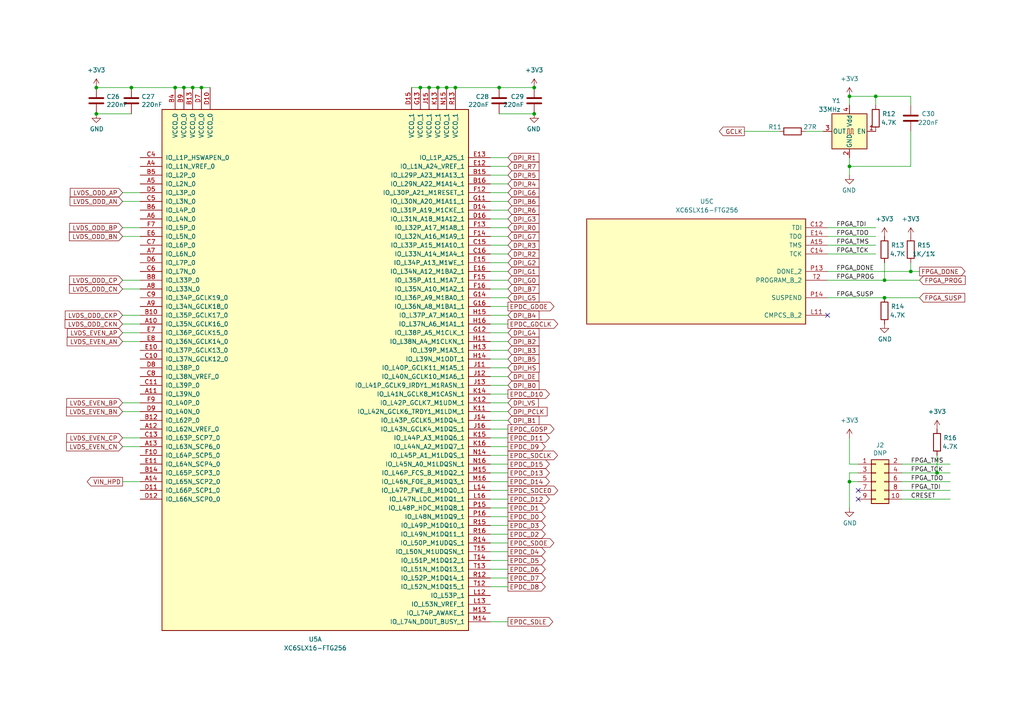
<source format=kicad_sch>
(kicad_sch (version 20231120) (generator "eeschema") (generator_version "8.0")
  (paper "A4")
  (title_block (title "Caster EPDC") (date "2022-07-03") (rev "R0.4") (company "Copyright 2022 Modos / Engineer: Wenting Zhang"))
  (lib_symbols
    (symbol "Connector_Generic:Conn_02x05_Odd_Even" (pin_names (offset 1.016) hide)
      (property "Reference" "J" (at 1.27 7.62 0))
      (property "Value" "Conn_02x05_Odd_Even" (at 1.27 -7.62 0))
      (symbol "Conn_02x05_Odd_Even_1_1"
        (rectangle (start -1.27 -4.953) (end 0 -5.207) (stroke (width 0.1524)))
        (rectangle (start -1.27 -2.413) (end 0 -2.667) (stroke (width 0.1524)))
        (rectangle (start -1.27 0.127) (end 0 -0.127) (stroke (width 0.1524)))
        (rectangle (start -1.27 2.667) (end 0 2.413) (stroke (width 0.1524)))
        (rectangle (start -1.27 5.207) (end 0 4.953) (stroke (width 0.1524)))
        (rectangle (start -1.27 6.35) (end 3.81 -6.35) (stroke (width 0.254)) (fill (type background)))
        (rectangle (start 3.81 -4.953) (end 2.54 -5.207) (stroke (width 0.1524)))
        (rectangle (start 3.81 -2.413) (end 2.54 -2.667) (stroke (width 0.1524)))
        (rectangle (start 3.81 0.127) (end 2.54 -0.127) (stroke (width 0.1524)))
        (rectangle (start 3.81 2.667) (end 2.54 2.413) (stroke (width 0.1524)))
        (rectangle (start 3.81 5.207) (end 2.54 4.953) (stroke (width 0.1524)))
        (pin passive line (at -5.08 5.08 0) (length 3.81) (name "Pin_1") (number "1"))
        (pin passive line (at 7.62 -5.08 180) (length 3.81) (name "Pin_10") (number "10"))
        (pin passive line (at 7.62 5.08 180) (length 3.81) (name "Pin_2") (number "2"))
        (pin passive line (at -5.08 2.54 0) (length 3.81) (name "Pin_3") (number "3"))
        (pin passive line (at 7.62 2.54 180) (length 3.81) (name "Pin_4") (number "4"))
        (pin passive line (at -5.08 0 0) (length 3.81) (name "Pin_5") (number "5"))
        (pin passive line (at 7.62 0 180) (length 3.81) (name "Pin_6") (number "6"))
        (pin passive line (at -5.08 -2.54 0) (length 3.81) (name "Pin_7") (number "7"))
        (pin passive line (at 7.62 -2.54 180) (length 3.81) (name "Pin_8") (number "8"))
        (pin passive line (at -5.08 -5.08 0) (length 3.81) (name "Pin_9") (number "9"))
      )
    )
    (symbol "Device:C" (pin_numbers hide) (pin_names (offset 0.254))
      (property "Reference" "C" (at 0.635 2.54 0))
      (property "Value" "C" (at 0.635 -2.54 0))
      (symbol "C_0_1"
        (polyline (pts (xy -2.032 -0.762) (xy 2.032 -0.762)) (stroke (width 0.508)))
        (polyline (pts (xy -2.032 0.762) (xy 2.032 0.762)) (stroke (width 0.508)))
      )
      (symbol "C_1_1"
        (pin passive line (at 0 3.81 270) (length 2.794) (name "~") (number "1"))
        (pin passive line (at 0 -3.81 90) (length 2.794) (name "~") (number "2"))
      )
    )
    (symbol "Device:R" (pin_numbers hide) (pin_names (offset 0))
      (property "Reference" "R" (at 2.032 0 90))
      (property "Value" "R" (at 0 0 90))
      (symbol "R_0_1"
        (rectangle (start -1.016 -2.54) (end 1.016 2.54) (stroke (width 0.254)))
      )
      (symbol "R_1_1"
        (pin passive line (at 0 3.81 270) (length 1.27) (name "~") (number "1"))
        (pin passive line (at 0 -3.81 90) (length 1.27) (name "~") (number "2"))
      )
    )
    (symbol "FPGA_Xilinx_Spartan6:XC6SLX16-FTG256" (pin_names (offset 1.016))
      (property "Reference" "U" (at 0 1.27 0))
      (property "Value" "XC6SLX16-FTG256" (at 0 -1.27 0))
      (symbol "XC6SLX16-FTG256_1_1"
        (rectangle (start -44.45 72.39) (end 44.45 -78.74) (stroke (width 0.254)) (fill (type background)))
        (pin bidirectional line (at -50.8 10.16 0) (length 6.35) (name "IO_L35N_GCLK16_0") (number "A10"))
        (pin bidirectional line (at -50.8 -10.16 0) (length 6.35) (name "IO_L39N_0") (number "A11"))
        (pin bidirectional line (at -50.8 -20.32 0) (length 6.35) (name "IO_L62N_VREF_0") (number "A12"))
        (pin bidirectional line (at -50.8 -25.4 0) (length 6.35) (name "IO_L63N_SCP6_0") (number "A13"))
        (pin bidirectional line (at -50.8 -35.56 0) (length 6.35) (name "IO_L65N_SCP2_0") (number "A14"))
        (pin bidirectional line (at -50.8 55.88 0) (length 6.35) (name "IO_L1N_VREF_0") (number "A4"))
        (pin bidirectional line (at -50.8 50.8 0) (length 6.35) (name "IO_L2N_0") (number "A5"))
        (pin bidirectional line (at -50.8 40.64 0) (length 6.35) (name "IO_L4N_0") (number "A6"))
        (pin bidirectional line (at -50.8 30.48 0) (length 6.35) (name "IO_L6N_0") (number "A7"))
        (pin bidirectional line (at -50.8 20.32 0) (length 6.35) (name "IO_L33N_0") (number "A8"))
        (pin bidirectional line (at -50.8 15.24 0) (length 6.35) (name "IO_L34N_GCLK18_0") (number "A9"))
        (pin bidirectional line (at -50.8 12.7 0) (length 6.35) (name "IO_L35P_GCLK17_0") (number "B10"))
        (pin bidirectional line (at -50.8 -17.78 0) (length 6.35) (name "IO_L62P_0") (number "B12"))
        (pin power_in line (at -35.56 78.74 270) (length 6.35) (name "VCCO_0") (number "B13"))
        (pin bidirectional line (at -50.8 -33.02 0) (length 6.35) (name "IO_L65P_SCP3_0") (number "B14"))
        (pin bidirectional line (at 50.8 53.34 180) (length 6.35) (name "IO_L29P_A23_M1A13_1") (number "B15"))
        (pin bidirectional line (at 50.8 50.8 180) (length 6.35) (name "IO_L29N_A22_M1A14_1") (number "B16"))
        (pin power_in line (at -40.64 78.74 270) (length 6.35) (name "VCCO_0") (number "B4"))
        (pin bidirectional line (at -50.8 53.34 0) (length 6.35) (name "IO_L2P_0") (number "B5"))
        (pin bidirectional line (at -50.8 43.18 0) (length 6.35) (name "IO_L4P_0") (number "B6"))
        (pin bidirectional line (at -50.8 22.86 0) (length 6.35) (name "IO_L33P_0") (number "B8"))
        (pin power_in line (at -38.1 78.74 270) (length 6.35) (name "VCCO_0") (number "B9"))
        (pin bidirectional line (at -50.8 0 0) (length 6.35) (name "IO_L37N_GCLK12_0") (number "C10"))
        (pin bidirectional line (at -50.8 -7.62 0) (length 6.35) (name "IO_L39P_0") (number "C11"))
        (pin bidirectional line (at -50.8 -22.86 0) (length 6.35) (name "IO_L63P_SCP7_0") (number "C13"))
        (pin bidirectional line (at 50.8 33.02 180) (length 6.35) (name "IO_L33P_A15_M1A10_1") (number "C15"))
        (pin bidirectional line (at 50.8 30.48 180) (length 6.35) (name "IO_L33N_A14_M1A4_1") (number "C16"))
        (pin bidirectional line (at -50.8 58.42 0) (length 6.35) (name "IO_L1P_HSWAPEN_0") (number "C4"))
        (pin bidirectional line (at -50.8 45.72 0) (length 6.35) (name "IO_L3N_0") (number "C5"))
        (pin bidirectional line (at -50.8 25.4 0) (length 6.35) (name "IO_L7N_0") (number "C6"))
        (pin bidirectional line (at -50.8 33.02 0) (length 6.35) (name "IO_L6P_0") (number "C7"))
        (pin bidirectional line (at -50.8 -5.08 0) (length 6.35) (name "IO_L38N_VREF_0") (number "C8"))
        (pin bidirectional line (at -50.8 17.78 0) (length 6.35) (name "IO_L34P_GCLK19_0") (number "C9"))
        (pin power_in line (at -30.48 78.74 270) (length 6.35) (name "VCCO_0") (number "D10"))
        (pin bidirectional line (at -50.8 -38.1 0) (length 6.35) (name "IO_L66P_SCP1_0") (number "D11"))
        (pin bidirectional line (at -50.8 -40.64 0) (length 6.35) (name "IO_L66N_SCP0_0") (number "D12"))
        (pin bidirectional line (at 50.8 43.18 180) (length 6.35) (name "IO_L31P_A19_M1CKE_1") (number "D14"))
        (pin power_in line (at 27.94 78.74 270) (length 6.35) (name "VCCO_1") (number "D15"))
        (pin bidirectional line (at 50.8 40.64 180) (length 6.35) (name "IO_L31N_A18_M1A12_1") (number "D16"))
        (pin bidirectional line (at -50.8 48.26 0) (length 6.35) (name "IO_L3P_0") (number "D5"))
        (pin bidirectional line (at -50.8 27.94 0) (length 6.35) (name "IO_L7P_0") (number "D6"))
        (pin power_in line (at -33.02 78.74 270) (length 6.35) (name "VCCO_0") (number "D7"))
        (pin bidirectional line (at -50.8 -2.54 0) (length 6.35) (name "IO_L38P_0") (number "D8"))
        (pin bidirectional line (at -50.8 -15.24 0) (length 6.35) (name "IO_L40N_0") (number "D9"))
        (pin bidirectional line (at -50.8 2.54 0) (length 6.35) (name "IO_L37P_GCLK13_0") (number "E10"))
        (pin bidirectional line (at -50.8 -30.48 0) (length 6.35) (name "IO_L64N_SCP4_0") (number "E11"))
        (pin bidirectional line (at 50.8 55.88 180) (length 6.35) (name "IO_L1N_A24_VREF_1") (number "E12"))
        (pin bidirectional line (at 50.8 58.42 180) (length 6.35) (name "IO_L1P_A25_1") (number "E13"))
        (pin bidirectional line (at 50.8 27.94 180) (length 6.35) (name "IO_L34P_A13_M1WE_1") (number "E15"))
        (pin bidirectional line (at 50.8 25.4 180) (length 6.35) (name "IO_L34N_A12_M1BA2_1") (number "E16"))
        (pin bidirectional line (at -50.8 35.56 0) (length 6.35) (name "IO_L5N_0") (number "E6"))
        (pin bidirectional line (at -50.8 7.62 0) (length 6.35) (name "IO_L36P_GCLK15_0") (number "E7"))
        (pin bidirectional line (at -50.8 5.08 0) (length 6.35) (name "IO_L36N_GCLK14_0") (number "E8"))
        (pin bidirectional line (at -50.8 -27.94 0) (length 6.35) (name "IO_L64P_SCP5_0") (number "F10"))
        (pin bidirectional line (at 50.8 48.26 180) (length 6.35) (name "IO_L30P_A21_M1RESET_1") (number "F12"))
        (pin bidirectional line (at 50.8 38.1 180) (length 6.35) (name "IO_L32P_A17_M1A8_1") (number "F13"))
        (pin bidirectional line (at 50.8 35.56 180) (length 6.35) (name "IO_L32N_A16_M1A9_1") (number "F14"))
        (pin bidirectional line (at 50.8 22.86 180) (length 6.35) (name "IO_L35P_A11_M1A7_1") (number "F15"))
        (pin bidirectional line (at 50.8 20.32 180) (length 6.35) (name "IO_L35N_A10_M1A2_1") (number "F16"))
        (pin bidirectional line (at -50.8 38.1 0) (length 6.35) (name "IO_L5P_0") (number "F7"))
        (pin bidirectional line (at -50.8 -12.7 0) (length 6.35) (name "IO_L40P_0") (number "F9"))
        (pin bidirectional line (at 50.8 45.72 180) (length 6.35) (name "IO_L30N_A20_M1A11_1") (number "G11"))
        (pin bidirectional line (at 50.8 7.62 180) (length 6.35) (name "IO_L38P_A5_M1CLK_1") (number "G12"))
        (pin power_in line (at 30.48 78.74 270) (length 6.35) (name "VCCO_1") (number "G13"))
        (pin bidirectional line (at 50.8 17.78 180) (length 6.35) (name "IO_L36P_A9_M1BA0_1") (number "G14"))
        (pin bidirectional line (at 50.8 15.24 180) (length 6.35) (name "IO_L36N_A8_M1BA1_1") (number "G16"))
        (pin bidirectional line (at 50.8 5.08 180) (length 6.35) (name "IO_L38N_A4_M1CLKN_1") (number "H11"))
        (pin bidirectional line (at 50.8 2.54 180) (length 6.35) (name "IO_L39P_M1A3_1") (number "H13"))
        (pin bidirectional line (at 50.8 0 180) (length 6.35) (name "IO_L39N_M1ODT_1") (number "H14"))
        (pin bidirectional line (at 50.8 12.7 180) (length 6.35) (name "IO_L37P_A7_M1A0_1") (number "H15"))
        (pin bidirectional line (at 50.8 10.16 180) (length 6.35) (name "IO_L37N_A6_M1A1_1") (number "H16"))
        (pin bidirectional line (at 50.8 -2.54 180) (length 6.35) (name "IO_L40P_GCLK11_M1A5_1") (number "J11"))
        (pin bidirectional line (at 50.8 -5.08 180) (length 6.35) (name "IO_L40N_GCLK10_M1A6_1") (number "J12"))
        (pin bidirectional line (at 50.8 -7.62 180) (length 6.35) (name "IO_L41P_GCLK9_IRDY1_M1RASN_1") (number "J13"))
        (pin bidirectional line (at 50.8 -17.78 180) (length 6.35) (name "IO_L43P_GCLK5_M1DQ4_1") (number "J14"))
        (pin power_in line (at 33.02 78.74 270) (length 6.35) (name "VCCO_1") (number "J15"))
        (pin bidirectional line (at 50.8 -20.32 180) (length 6.35) (name "IO_L43N_GCLK4_M1DQ5_1") (number "J16"))
        (pin bidirectional line (at 50.8 -15.24 180) (length 6.35) (name "IO_L42N_GCLK6_TRDY1_M1LDM_1") (number "K11"))
        (pin bidirectional line (at 50.8 -12.7 180) (length 6.35) (name "IO_L42P_GCLK7_M1UDM_1") (number "K12"))
        (pin power_in line (at 35.56 78.74 270) (length 6.35) (name "VCCO_1") (number "K13"))
        (pin bidirectional line (at 50.8 -10.16 180) (length 6.35) (name "IO_L41N_GCLK8_M1CASN_1") (number "K14"))
        (pin bidirectional line (at 50.8 -22.86 180) (length 6.35) (name "IO_L44P_A3_M1DQ6_1") (number "K15"))
        (pin bidirectional line (at 50.8 -25.4 180) (length 6.35) (name "IO_L44N_A2_M1DQ7_1") (number "K16"))
        (pin bidirectional line (at 50.8 -68.58 180) (length 6.35) (name "IO_L53P_1") (number "L12"))
        (pin bidirectional line (at 50.8 -71.12 180) (length 6.35) (name "IO_L53N_VREF_1") (number "L13"))
        (pin bidirectional line (at 50.8 -38.1 180) (length 6.35) (name "IO_L47P_FWE_B_M1DQ0_1") (number "L14"))
        (pin bidirectional line (at 50.8 -40.64 180) (length 6.35) (name "IO_L47N_LDC_M1DQ1_1") (number "L16"))
        (pin bidirectional line (at 50.8 -73.66 180) (length 6.35) (name "IO_L74P_AWAKE_1") (number "M13"))
        (pin bidirectional line (at 50.8 -76.2 180) (length 6.35) (name "IO_L74N_DOUT_BUSY_1") (number "M14"))
        (pin bidirectional line (at 50.8 -33.02 180) (length 6.35) (name "IO_L46P_FCS_B_M1DQ2_1") (number "M15"))
        (pin bidirectional line (at 50.8 -35.56 180) (length 6.35) (name "IO_L46N_FOE_B_M1DQ3_1") (number "M16"))
        (pin bidirectional line (at 50.8 -27.94 180) (length 6.35) (name "IO_L45P_A1_M1LDQS_1") (number "N14"))
        (pin power_in line (at 38.1 78.74 270) (length 6.35) (name "VCCO_1") (number "N15"))
        (pin bidirectional line (at 50.8 -30.48 180) (length 6.35) (name "IO_L45N_A0_M1LDQSN_1") (number "N16"))
        (pin bidirectional line (at 50.8 -43.18 180) (length 6.35) (name "IO_L48P_HDC_M1DQ8_1") (number "P15"))
        (pin bidirectional line (at 50.8 -45.72 180) (length 6.35) (name "IO_L48N_M1DQ9_1") (number "P16"))
        (pin bidirectional line (at 50.8 -63.5 180) (length 6.35) (name "IO_L52P_M1DQ14_1") (number "R12"))
        (pin power_in line (at 40.64 78.74 270) (length 6.35) (name "VCCO_1") (number "R13"))
        (pin bidirectional line (at 50.8 -53.34 180) (length 6.35) (name "IO_L50P_M1UDQS_1") (number "R14"))
        (pin bidirectional line (at 50.8 -48.26 180) (length 6.35) (name "IO_L49P_M1DQ10_1") (number "R15"))
        (pin bidirectional line (at 50.8 -50.8 180) (length 6.35) (name "IO_L49N_M1DQ11_1") (number "R16"))
        (pin bidirectional line (at 50.8 -66.04 180) (length 6.35) (name "IO_L52N_M1DQ15_1") (number "T12"))
        (pin bidirectional line (at 50.8 -60.96 180) (length 6.35) (name "IO_L51N_M1DQ13_1") (number "T13"))
        (pin bidirectional line (at 50.8 -58.42 180) (length 6.35) (name "IO_L51P_M1DQ12_1") (number "T14"))
        (pin bidirectional line (at 50.8 -55.88 180) (length 6.35) (name "IO_L50N_M1UDQSN_1") (number "T15"))
      )
      (symbol "XC6SLX16-FTG256_2_1"
        (rectangle (start -44.45 72.39) (end 44.45 -78.74) (stroke (width 0.254)) (fill (type background)))
        (pin bidirectional line (at 50.8 -55.88 180) (length 6.35) (name "IO_L52N_M3A9_3") (number "A2"))
        (pin bidirectional line (at 50.8 -76.2 180) (length 6.35) (name "IO_L83N_VREF_3") (number "A3"))
        (pin bidirectional line (at 50.8 -45.72 180) (length 6.35) (name "IO_L50N_M3BA2_3") (number "B1"))
        (pin bidirectional line (at 50.8 -53.34 180) (length 6.35) (name "IO_L52P_M3A8_3") (number "B2"))
        (pin bidirectional line (at 50.8 -73.66 180) (length 6.35) (name "IO_L83P_3") (number "B3"))
        (pin bidirectional line (at 50.8 -43.18 180) (length 6.35) (name "IO_L50P_M3WE_3") (number "C1"))
        (pin bidirectional line (at 50.8 -35.56 180) (length 6.35) (name "IO_L48N_M3BA1_3") (number "C2"))
        (pin bidirectional line (at 50.8 -33.02 180) (length 6.35) (name "IO_L48P_M3BA0_3") (number "C3"))
        (pin bidirectional line (at 50.8 -40.64 180) (length 6.35) (name "IO_L49N_M3A2_3") (number "D1"))
        (pin power_in line (at 30.48 78.74 270) (length 6.35) (name "VCCO_3") (number "D2"))
        (pin bidirectional line (at 50.8 -38.1 180) (length 6.35) (name "IO_L49P_M3A7_3") (number "D3"))
        (pin bidirectional line (at 50.8 -25.4 180) (length 6.35) (name "IO_L46N_M3CLKN_3") (number "E1"))
        (pin bidirectional line (at 50.8 -22.86 180) (length 6.35) (name "IO_L46P_M3CLK_3") (number "E2"))
        (pin bidirectional line (at 50.8 -66.04 180) (length 6.35) (name "IO_L54N_M3A11_3") (number "E3"))
        (pin bidirectional line (at 50.8 -63.5 180) (length 6.35) (name "IO_L54P_M3RESET_3") (number "E4"))
        (pin bidirectional line (at 50.8 0 180) (length 6.35) (name "IO_L41N_GCLK26_M3DQ5_3") (number "F1"))
        (pin bidirectional line (at 50.8 2.54 180) (length 6.35) (name "IO_L41P_GCLK27_M3DQ4_3") (number "F2"))
        (pin bidirectional line (at 50.8 -60.96 180) (length 6.35) (name "IO_L53N_M3A12_3") (number "F3"))
        (pin bidirectional line (at 50.8 -58.42 180) (length 6.35) (name "IO_L53P_M3CKE_3") (number "F4"))
        (pin bidirectional line (at 50.8 -71.12 180) (length 6.35) (name "IO_L55N_M3A14_3") (number "F5"))
        (pin bidirectional line (at 50.8 -68.58 180) (length 6.35) (name "IO_L55P_M3A13_3") (number "F6"))
        (pin bidirectional line (at 50.8 5.08 180) (length 6.35) (name "IO_L40N_M3DQ7_3") (number "G1"))
        (pin bidirectional line (at 50.8 7.62 180) (length 6.35) (name "IO_L40P_M3DQ6_3") (number "G3"))
        (pin power_in line (at 33.02 78.74 270) (length 6.35) (name "VCCO_3") (number "G4"))
        (pin bidirectional line (at 50.8 -50.8 180) (length 6.35) (name "IO_L51N_M3A4_3") (number "G5"))
        (pin bidirectional line (at 50.8 -48.26 180) (length 6.35) (name "IO_L51P_M3A10_3") (number "G6"))
        (pin bidirectional line (at 50.8 10.16 180) (length 6.35) (name "IO_L39N_M3LDQSN_3") (number "H1"))
        (pin bidirectional line (at 50.8 12.7 180) (length 6.35) (name "IO_L39P_M3LDQS_3") (number "H2"))
        (pin bidirectional line (at 50.8 -15.24 180) (length 6.35) (name "IO_L44N_GCLK20_M3A6_3") (number "H3"))
        (pin bidirectional line (at 50.8 -12.7 180) (length 6.35) (name "IO_L44P_GCLK21_M3A5_3") (number "H4"))
        (pin bidirectional line (at 50.8 -10.16 180) (length 6.35) (name "IO_L43N_GCLK22_IRDY2_M3CASN_3") (number "H5"))
        (pin bidirectional line (at 50.8 15.24 180) (length 6.35) (name "IO_L38N_M3DQ3_3") (number "J1"))
        (pin power_in line (at 35.56 78.74 270) (length 6.35) (name "VCCO_3") (number "J2"))
        (pin bidirectional line (at 50.8 17.78 180) (length 6.35) (name "IO_L38P_M3DQ2_3") (number "J3"))
        (pin bidirectional line (at 50.8 -5.08 180) (length 6.35) (name "IO_L42N_GCLK24_M3LDM_3") (number "J4"))
        (pin bidirectional line (at 50.8 -7.62 180) (length 6.35) (name "IO_L43P_GCLK23_M3RASN_3") (number "J6"))
        (pin bidirectional line (at 50.8 20.32 180) (length 6.35) (name "IO_L37N_M3DQ1_3") (number "K1"))
        (pin bidirectional line (at 50.8 22.86 180) (length 6.35) (name "IO_L37P_M3DQ0_3") (number "K2"))
        (pin bidirectional line (at 50.8 -2.54 180) (length 6.35) (name "IO_L42P_GCLK25_TRDY2_M3UDM_3") (number "K3"))
        (pin power_in line (at 38.1 78.74 270) (length 6.35) (name "VCCO_3") (number "K4"))
        (pin bidirectional line (at 50.8 -27.94 180) (length 6.35) (name "IO_L47P_M3A0_3") (number "K5"))
        (pin bidirectional line (at 50.8 -30.48 180) (length 6.35) (name "IO_L47N_M3A1_3") (number "K6"))
        (pin bidirectional line (at 50.8 25.4 180) (length 6.35) (name "IO_L36N_M3DQ9_3") (number "L1"))
        (pin bidirectional line (at -50.8 27.94 0) (length 6.35) (name "IO_L16P_2") (number "L10"))
        (pin bidirectional line (at 50.8 27.94 180) (length 6.35) (name "IO_L36P_M3DQ8_3") (number "L3"))
        (pin bidirectional line (at 50.8 -17.78 180) (length 6.35) (name "IO_L45P_M3A3_3") (number "L4"))
        (pin bidirectional line (at 50.8 -20.32 180) (length 6.35) (name "IO_L45N_M3ODT_3") (number "L5"))
        (pin bidirectional line (at -50.8 -20.32 0) (length 6.35) (name "IO_L62N_D6_2") (number "L7"))
        (pin bidirectional line (at -50.8 -17.78 0) (length 6.35) (name "IO_L62P_D5_2") (number "L8"))
        (pin bidirectional line (at 50.8 30.48 180) (length 6.35) (name "IO_L35N_M3DQ11_3") (number "M1"))
        (pin bidirectional line (at -50.8 25.4 0) (length 6.35) (name "IO_L16N_VREF_2") (number "M10"))
        (pin bidirectional line (at -50.8 50.8 0) (length 6.35) (name "IO_L2N_CMPMOSI_2") (number "M11"))
        (pin bidirectional line (at -50.8 53.34 0) (length 6.35) (name "IO_L2P_CMPCLK_2") (number "M12"))
        (pin bidirectional line (at 50.8 33.02 180) (length 6.35) (name "IO_L35P_M3DQ10_3") (number "M2"))
        (pin bidirectional line (at 50.8 55.88 180) (length 6.35) (name "IO_L1N_VREF_3") (number "M3"))
        (pin bidirectional line (at 50.8 58.42 180) (length 6.35) (name "IO_L1P_3") (number "M4"))
        (pin bidirectional line (at 50.8 53.34 180) (length 6.35) (name "IO_L2P_3") (number "M5"))
        (pin bidirectional line (at -50.8 -27.94 0) (length 6.35) (name "IO_L64P_D8_2") (number "M6"))
        (pin bidirectional line (at -50.8 5.08 0) (length 6.35) (name "IO_L31N_GCLK30_D15_2") (number "M7"))
        (pin bidirectional line (at -50.8 17.78 0) (length 6.35) (name "IO_L29P_GCLK3_2") (number "M9"))
        (pin bidirectional line (at 50.8 35.56 180) (length 6.35) (name "IO_L34N_M3UDQSN_3") (number "N1"))
        (pin power_in line (at -38.1 78.74 270) (length 6.35) (name "VCCO_2") (number "N10"))
        (pin bidirectional line (at -50.8 38.1 0) (length 6.35) (name "IO_L13P_M1_2") (number "N11"))
        (pin bidirectional line (at -50.8 43.18 0) (length 6.35) (name "IO_L12P_D1_MISO2_2") (number "N12"))
        (pin power_in line (at 40.64 78.74 270) (length 6.35) (name "VCCO_3") (number "N2"))
        (pin bidirectional line (at 50.8 38.1 180) (length 6.35) (name "IO_L34P_M3UDQS_3") (number "N3"))
        (pin bidirectional line (at 50.8 50.8 180) (length 6.35) (name "IO_L2N_3") (number "N4"))
        (pin bidirectional line (at -50.8 -12.7 0) (length 6.35) (name "IO_L49P_D3_2") (number "N5"))
        (pin bidirectional line (at -50.8 -30.48 0) (length 6.35) (name "IO_L64N_D9_2") (number "N6"))
        (pin power_in line (at -40.64 78.74 270) (length 6.35) (name "VCCO_2") (number "N7"))
        (pin bidirectional line (at -50.8 15.24 0) (length 6.35) (name "IO_L29N_GCLK2_2") (number "N8"))
        (pin bidirectional line (at -50.8 33.02 0) (length 6.35) (name "IO_L14P_D11_2") (number "N9"))
        (pin bidirectional line (at 50.8 40.64 180) (length 6.35) (name "IO_L33N_M3DQ13_3") (number "P1"))
        (pin bidirectional line (at -50.8 48.26 0) (length 6.35) (name "IO_L3P_D0_DIN_MISO_MISO1_2") (number "P10"))
        (pin bidirectional line (at -50.8 35.56 0) (length 6.35) (name "IO_L13N_D10_2") (number "P11"))
        (pin bidirectional line (at -50.8 40.64 0) (length 6.35) (name "IO_L12N_D2_MISO3_2") (number "P12"))
        (pin bidirectional line (at 50.8 43.18 180) (length 6.35) (name "IO_L33P_M3DQ12_3") (number "P2"))
        (pin bidirectional line (at -50.8 -22.86 0) (length 6.35) (name "IO_L63P_2") (number "P4"))
        (pin bidirectional line (at -50.8 -15.24 0) (length 6.35) (name "IO_L49N_D4_2") (number "P5"))
        (pin bidirectional line (at -50.8 -2.54 0) (length 6.35) (name "IO_L47P_2") (number "P6"))
        (pin bidirectional line (at -50.8 7.62 0) (length 6.35) (name "IO_L31P_GCLK31_D14_2") (number "P7"))
        (pin bidirectional line (at -50.8 12.7 0) (length 6.35) (name "IO_L30P_GCLK1_D13_2") (number "P8"))
        (pin bidirectional line (at -50.8 30.48 0) (length 6.35) (name "IO_L14N_D12_2") (number "P9"))
        (pin bidirectional line (at 50.8 45.72 180) (length 6.35) (name "IO_L32N_M3DQ15_3") (number "R1"))
        (pin bidirectional line (at -50.8 58.42 0) (length 6.35) (name "IO_L1P_CCLK_2") (number "R11"))
        (pin bidirectional line (at 50.8 48.26 180) (length 6.35) (name "IO_L32P_M3DQ14_3") (number "R2"))
        (pin bidirectional line (at -50.8 -33.02 0) (length 6.35) (name "IO_L65P_INIT_B_2") (number "R3"))
        (pin power_in line (at -35.56 78.74 270) (length 6.35) (name "VCCO_2") (number "R4"))
        (pin bidirectional line (at -50.8 -7.62 0) (length 6.35) (name "IO_L48P_D7_2") (number "R5"))
        (pin bidirectional line (at -50.8 2.54 0) (length 6.35) (name "IO_L32P_GCLK29_2") (number "R7"))
        (pin power_in line (at -33.02 78.74 270) (length 6.35) (name "VCCO_2") (number "R8"))
        (pin bidirectional line (at -50.8 22.86 0) (length 6.35) (name "IO_L23P_2") (number "R9"))
        (pin bidirectional line (at -50.8 45.72 0) (length 6.35) (name "IO_L3N_MOSI_CSI_B_MISO0_2") (number "T10"))
        (pin bidirectional line (at -50.8 55.88 0) (length 6.35) (name "IO_L1N_M0_CMPMISO_2") (number "T11"))
        (pin bidirectional line (at -50.8 -35.56 0) (length 6.35) (name "IO_L65N_CSO_B_2") (number "T3"))
        (pin bidirectional line (at -50.8 -25.4 0) (length 6.35) (name "IO_L63N_2") (number "T4"))
        (pin bidirectional line (at -50.8 -10.16 0) (length 6.35) (name "IO_L48N_RDWR_B_VREF_2") (number "T5"))
        (pin bidirectional line (at -50.8 -5.08 0) (length 6.35) (name "IO_L47N_2") (number "T6"))
        (pin bidirectional line (at -50.8 0 0) (length 6.35) (name "IO_L32N_GCLK28_2") (number "T7"))
        (pin bidirectional line (at -50.8 10.16 0) (length 6.35) (name "IO_L30N_GCLK0_USERCCLK_2") (number "T8"))
        (pin bidirectional line (at -50.8 20.32 0) (length 6.35) (name "IO_L23N_2") (number "T9"))
      )
      (symbol "XC6SLX16-FTG256_3_1"
        (rectangle (start -31.75 15.24) (end 31.75 -15.24) (stroke (width 0.254)) (fill (type background)))
        (pin bidirectional line (at 38.1 7.62 180) (length 6.35) (name "TMS") (number "A15"))
        (pin bidirectional line (at 38.1 12.7 180) (length 6.35) (name "TDI") (number "C12"))
        (pin bidirectional line (at 38.1 5.08 180) (length 6.35) (name "TCK") (number "C14"))
        (pin bidirectional line (at 38.1 10.16 180) (length 6.35) (name "TDO") (number "E14"))
        (pin bidirectional line (at 38.1 -12.7 180) (length 6.35) (name "CMPCS_B_2") (number "L11"))
        (pin bidirectional line (at 38.1 0 180) (length 6.35) (name "DONE_2") (number "P13"))
        (pin bidirectional line (at 38.1 -7.62 180) (length 6.35) (name "SUSPEND") (number "P14"))
        (pin bidirectional line (at 38.1 -2.54 180) (length 6.35) (name "PROGRAM_B_2") (number "T2"))
      )
      (symbol "XC6SLX16-FTG256_4_1"
        (rectangle (start -19.05 30.48) (end 19.05 -30.48) (stroke (width 0.254)) (fill (type background)))
        (pin power_in line (at -25.4 2.54 0) (length 6.35) (name "GND") (number "A1"))
        (pin power_in line (at -25.4 0 0) (length 6.35) (name "GND") (number "A16"))
        (pin power_in line (at -25.4 -5.08 0) (length 6.35) (name "GND") (number "B11"))
        (pin power_in line (at -25.4 -2.54 0) (length 6.35) (name "GND") (number "B7"))
        (pin power_in line (at -25.4 -10.16 0) (length 6.35) (name "GND") (number "D13"))
        (pin power_in line (at -25.4 -7.62 0) (length 6.35) (name "GND") (number "D4"))
        (pin power_in line (at -25.4 27.94 0) (length 6.35) (name "VCCAUX") (number "E5"))
        (pin power_in line (at -25.4 -12.7 0) (length 6.35) (name "GND") (number "E9"))
        (pin power_in line (at -25.4 22.86 0) (length 6.35) (name "VCCAUX") (number "F11"))
        (pin power_in line (at -25.4 25.4 0) (length 6.35) (name "VCCAUX") (number "F8"))
        (pin power_in line (at -25.4 20.32 0) (length 6.35) (name "VCCAUX") (number "G10"))
        (pin power_in line (at -25.4 -20.32 0) (length 6.35) (name "GND") (number "G15"))
        (pin power_in line (at -25.4 -15.24 0) (length 6.35) (name "GND") (number "G2"))
        (pin power_in line (at 25.4 27.94 180) (length 6.35) (name "VCCINT") (number "G7"))
        (pin power_in line (at -25.4 -17.78 0) (length 6.35) (name "GND") (number "G8"))
        (pin power_in line (at 25.4 25.4 180) (length 6.35) (name "VCCINT") (number "G9"))
        (pin power_in line (at 25.4 20.32 180) (length 6.35) (name "VCCINT") (number "H10"))
        (pin power_in line (at -25.4 -27.94 0) (length 6.35) (name "GND") (number "H12"))
        (pin power_in line (at -25.4 17.78 0) (length 6.35) (name "VCCAUX") (number "H6"))
        (pin power_in line (at -25.4 -22.86 0) (length 6.35) (name "GND") (number "H7"))
        (pin power_in line (at 25.4 22.86 180) (length 6.35) (name "VCCINT") (number "H8"))
        (pin power_in line (at -25.4 -25.4 0) (length 6.35) (name "GND") (number "H9"))
        (pin power_in line (at -25.4 15.24 0) (length 6.35) (name "VCCAUX") (number "J10"))
        (pin power_in line (at 25.4 2.54 180) (length 6.35) (name "GND") (number "J5"))
        (pin power_in line (at 25.4 17.78 180) (length 6.35) (name "VCCINT") (number "J7"))
        (pin power_in line (at 25.4 0 180) (length 6.35) (name "GND") (number "J8"))
        (pin power_in line (at 25.4 15.24 180) (length 6.35) (name "VCCINT") (number "J9"))
        (pin power_in line (at 25.4 10.16 180) (length 6.35) (name "VCCINT") (number "K10"))
        (pin power_in line (at 25.4 -2.54 180) (length 6.35) (name "GND") (number "K7"))
        (pin power_in line (at 25.4 12.7 180) (length 6.35) (name "VCCINT") (number "K8"))
        (pin power_in line (at 25.4 -5.08 180) (length 6.35) (name "GND") (number "K9"))
        (pin power_in line (at 25.4 -10.16 180) (length 6.35) (name "GND") (number "L15"))
        (pin power_in line (at 25.4 -7.62 180) (length 6.35) (name "GND") (number "L2"))
        (pin power_in line (at -25.4 12.7 0) (length 6.35) (name "VCCAUX") (number "L6"))
        (pin power_in line (at -25.4 10.16 0) (length 6.35) (name "VCCAUX") (number "L9"))
        (pin power_in line (at 25.4 -12.7 180) (length 6.35) (name "GND") (number "M8"))
        (pin power_in line (at 25.4 -15.24 180) (length 6.35) (name "GND") (number "N13"))
        (pin power_in line (at 25.4 -17.78 180) (length 6.35) (name "GND") (number "P3"))
        (pin power_in line (at 25.4 -22.86 180) (length 6.35) (name "GND") (number "R10"))
        (pin power_in line (at 25.4 -20.32 180) (length 6.35) (name "GND") (number "R6"))
        (pin power_in line (at 25.4 -25.4 180) (length 6.35) (name "GND") (number "T1"))
        (pin power_in line (at 25.4 -27.94 180) (length 6.35) (name "GND") (number "T16"))
      )
    )
    (symbol "Oscillator:ASE-xxxMHz" (pin_names (offset 0.254))
      (property "Reference" "X" (at -5.08 6.35 0))
      (property "Value" "ASE-xxxMHz" (at 1.27 -6.35 0))
      (symbol "ASE-xxxMHz_0_1"
        (rectangle (start -5.08 5.08) (end 5.08 -5.08) (stroke (width 0.254)) (fill (type background)))
        (polyline (pts (xy -1.27 -0.762) (xy -1.016 -0.762) (xy -1.016 0.762) (xy -0.508 0.762) (xy -0.508 -0.762) (xy 0 -0.762) (xy 0 0.762) (xy 0.508 0.762) (xy 0.508 -0.762) (xy 0.762 -0.762)))
      )
      (symbol "ASE-xxxMHz_1_1"
        (pin input line (at -7.62 0 0) (length 2.54) (name "EN") (number "1"))
        (pin power_in line (at 0 -7.62 90) (length 2.54) (name "GND") (number "2"))
        (pin output line (at 7.62 0 180) (length 2.54) (name "OUT") (number "3"))
        (pin power_in line (at 0 7.62 270) (length 2.54) (name "Vdd") (number "4"))
      )
    )
    (symbol "power:+3V3" (power) (pin_names (offset 0))
      (property "Value" "+3V3" (at 0 3.556 0))
      (symbol "+3V3_0_1"
        (polyline (pts (xy -0.762 1.27) (xy 0 2.54)))
        (polyline (pts (xy 0 0) (xy 0 2.54)))
        (polyline (pts (xy 0 2.54) (xy 0.762 1.27)))
      )
      (symbol "+3V3_1_1"
        (pin power_in line (at 0 0 90) (length 0) hide (name "+3V3") (number "1"))
      )
    )
    (symbol "power:GND" (power) (pin_names (offset 0))
      (property "Value" "GND" (at 0 -3.81 0))
      (symbol "GND_0_1"
        (polyline (pts (xy 0 0) (xy 0 -1.27) (xy 1.27 -1.27) (xy 0 -2.54) (xy -1.27 -1.27) (xy 0 -1.27)))
      )
      (symbol "GND_1_1"
        (pin power_in line (at 0 0 270) (length 0) hide (name "GND") (number "1"))
      )
    )
  )
  (junction (at 154.94 33.02))
  (junction (at 27.94 25.4))
  (junction (at 50.8 25.4))
  (junction (at 144.78 25.4) (diameter 0.9144))
  (junction (at 154.94 25.4))
  (junction (at 38.1 25.4) (diameter 0.9144))
  (junction (at 124.46 25.4))
  (junction (at 256.54 81.28))
  (junction (at 127 25.4))
  (junction (at 264.16 78.74))
  (junction (at 58.42 25.4))
  (junction (at 254 27.94))
  (junction (at 53.34 25.4))
  (junction (at 129.54 25.4))
  (junction (at 121.92 25.4))
  (junction (at 55.88 25.4))
  (junction (at 27.94 33.02))
  (junction (at 256.54 86.36))
  (junction (at 246.38 139.7) (diameter 0.9144))
  (junction (at 246.38 48.26))
  (junction (at 246.38 27.94))
  (junction (at 132.08 25.4))
  (junction (at 271.78 137.16) (diameter 0.9144))
  (no_connect (at 248.92 142.24))
  (no_connect (at 248.92 144.78))
  (no_connect (at 240.03 91.44))
  (wire (pts (xy 147.32 66.04) (xy 142.24 66.04)))
  (wire (pts (xy 55.88 25.4) (xy 58.42 25.4)))
  (wire (pts (xy 58.42 25.4) (xy 60.96 25.4)))
  (wire (pts (xy 147.32 71.12) (xy 142.24 71.12)))
  (wire (pts (xy 240.03 66.04) (xy 254 66.04)))
  (wire (pts (xy 35.56 81.28) (xy 40.64 81.28)))
  (wire (pts (xy 147.32 106.68) (xy 142.24 106.68)))
  (wire (pts (xy 35.56 83.82) (xy 40.64 83.82)))
  (wire (pts (xy 254 27.94) (xy 254 30.48)))
  (wire (pts (xy 154.94 25.4) (xy 144.78 25.4)))
  (wire (pts (xy 147.32 96.52) (xy 142.24 96.52)))
  (wire (pts (xy 142.24 144.78) (xy 147.32 144.78)))
  (wire (pts (xy 147.32 101.6) (xy 142.24 101.6)))
  (wire (pts (xy 264.16 78.74) (xy 266.7 78.74)))
  (wire (pts (xy 248.92 137.16) (xy 246.38 137.16)))
  (wire (pts (xy 233.68 38.1) (xy 238.76 38.1)))
  (wire (pts (xy 254 68.58) (xy 240.03 68.58)))
  (wire (pts (xy 147.32 83.82) (xy 142.24 83.82)))
  (wire (pts (xy 147.32 60.96) (xy 142.24 60.96)))
  (wire (pts (xy 142.24 121.92) (xy 147.32 121.92)))
  (wire (pts (xy 142.24 154.94) (xy 147.32 154.94)))
  (wire (pts (xy 256.54 86.36) (xy 266.7 86.36)))
  (wire (pts (xy 275.59 134.62) (xy 261.62 134.62)))
  (wire (pts (xy 142.24 167.64) (xy 147.32 167.64)))
  (wire (pts (xy 142.24 170.18) (xy 147.32 170.18)))
  (wire (pts (xy 35.56 99.06) (xy 40.64 99.06)))
  (wire (pts (xy 147.32 111.76) (xy 142.24 111.76)))
  (wire (pts (xy 142.24 180.34) (xy 147.32 180.34)))
  (wire (pts (xy 256.54 76.2) (xy 256.54 81.28)))
  (wire (pts (xy 142.24 152.4) (xy 147.32 152.4)))
  (wire (pts (xy 240.03 78.74) (xy 264.16 78.74)))
  (wire (pts (xy 35.56 66.04) (xy 40.64 66.04)))
  (wire (pts (xy 246.38 48.26) (xy 246.38 50.8)))
  (wire (pts (xy 246.38 45.72) (xy 246.38 48.26)))
  (wire (pts (xy 254 71.12) (xy 240.03 71.12)))
  (wire (pts (xy 271.78 137.16) (xy 261.62 137.16)))
  (wire (pts (xy 142.24 165.1) (xy 147.32 165.1)))
  (wire (pts (xy 147.32 50.8) (xy 142.24 50.8)))
  (wire (pts (xy 119.38 25.4) (xy 121.92 25.4)))
  (wire (pts (xy 121.92 25.4) (xy 124.46 25.4)))
  (wire (pts (xy 124.46 25.4) (xy 127 25.4)))
  (wire (pts (xy 35.56 93.98) (xy 40.64 93.98)))
  (wire (pts (xy 246.38 137.16) (xy 246.38 139.7)))
  (wire (pts (xy 147.32 99.06) (xy 142.24 99.06)))
  (wire (pts (xy 248.92 139.7) (xy 246.38 139.7)))
  (wire (pts (xy 35.56 68.58) (xy 40.64 68.58)))
  (wire (pts (xy 147.32 104.14) (xy 142.24 104.14)))
  (wire (pts (xy 147.32 109.22) (xy 142.24 109.22)))
  (wire (pts (xy 142.24 162.56) (xy 147.32 162.56)))
  (wire (pts (xy 35.56 96.52) (xy 40.64 96.52)))
  (wire (pts (xy 142.24 147.32) (xy 147.32 147.32)))
  (wire (pts (xy 147.32 58.42) (xy 142.24 58.42)))
  (wire (pts (xy 254 73.66) (xy 240.03 73.66)))
  (wire (pts (xy 264.16 27.94) (xy 254 27.94)))
  (wire (pts (xy 264.16 27.94) (xy 264.16 30.48)))
  (wire (pts (xy 246.38 139.7) (xy 246.38 147.32)))
  (wire (pts (xy 264.16 76.2) (xy 264.16 78.74)))
  (wire (pts (xy 35.56 58.42) (xy 40.64 58.42)))
  (wire (pts (xy 35.56 139.7) (xy 40.64 139.7)))
  (wire (pts (xy 271.78 132.08) (xy 271.78 137.16)))
  (wire (pts (xy 147.32 45.72) (xy 142.24 45.72)))
  (wire (pts (xy 142.24 137.16) (xy 147.32 137.16)))
  (wire (pts (xy 142.24 124.46) (xy 147.32 124.46)))
  (wire (pts (xy 240.03 86.36) (xy 256.54 86.36)))
  (wire (pts (xy 256.54 81.28) (xy 266.7 81.28)))
  (wire (pts (xy 142.24 149.86) (xy 147.32 149.86)))
  (wire (pts (xy 246.38 134.62) (xy 248.92 134.62)))
  (wire (pts (xy 261.62 144.78) (xy 275.59 144.78)))
  (wire (pts (xy 35.56 116.84) (xy 40.64 116.84)))
  (wire (pts (xy 215.9 38.1) (xy 226.06 38.1)))
  (wire (pts (xy 142.24 139.7) (xy 147.32 139.7)))
  (wire (pts (xy 147.32 91.44) (xy 142.24 91.44)))
  (wire (pts (xy 38.1 33.02) (xy 27.94 33.02)))
  (wire (pts (xy 147.32 68.58) (xy 142.24 68.58)))
  (wire (pts (xy 240.03 81.28) (xy 256.54 81.28)))
  (wire (pts (xy 147.32 81.28) (xy 142.24 81.28)))
  (wire (pts (xy 142.24 88.9) (xy 147.32 88.9)))
  (wire (pts (xy 147.32 76.2) (xy 142.24 76.2)))
  (wire (pts (xy 142.24 134.62) (xy 147.32 134.62)))
  (wire (pts (xy 264.16 38.1) (xy 264.16 48.26)))
  (wire (pts (xy 264.16 48.26) (xy 246.38 48.26)))
  (wire (pts (xy 147.32 48.26) (xy 142.24 48.26)))
  (wire (pts (xy 246.38 127) (xy 246.38 134.62)))
  (wire (pts (xy 147.32 55.88) (xy 142.24 55.88)))
  (wire (pts (xy 142.24 127) (xy 147.32 127)))
  (wire (pts (xy 38.1 25.4) (xy 50.8 25.4)))
  (wire (pts (xy 50.8 25.4) (xy 53.34 25.4)))
  (wire (pts (xy 53.34 25.4) (xy 55.88 25.4)))
  (wire (pts (xy 275.59 137.16) (xy 271.78 137.16)))
  (wire (pts (xy 142.24 132.08) (xy 147.32 132.08)))
  (wire (pts (xy 35.56 55.88) (xy 40.64 55.88)))
  (wire (pts (xy 129.54 25.4) (xy 127 25.4)))
  (wire (pts (xy 132.08 25.4) (xy 129.54 25.4)))
  (wire (pts (xy 144.78 25.4) (xy 132.08 25.4)))
  (wire (pts (xy 142.24 160.02) (xy 147.32 160.02)))
  (wire (pts (xy 147.32 78.74) (xy 142.24 78.74)))
  (wire (pts (xy 147.32 53.34) (xy 142.24 53.34)))
  (wire (pts (xy 147.32 86.36) (xy 142.24 86.36)))
  (wire (pts (xy 35.56 91.44) (xy 40.64 91.44)))
  (wire (pts (xy 275.59 142.24) (xy 261.62 142.24)))
  (wire (pts (xy 144.78 33.02) (xy 154.94 33.02)))
  (wire (pts (xy 35.56 119.38) (xy 40.64 119.38)))
  (wire (pts (xy 147.32 119.38) (xy 142.24 119.38)))
  (wire (pts (xy 35.56 129.54) (xy 40.64 129.54)))
  (wire (pts (xy 142.24 93.98) (xy 147.32 93.98)))
  (wire (pts (xy 246.38 27.94) (xy 246.38 30.48)))
  (wire (pts (xy 35.56 127) (xy 40.64 127)))
  (wire (pts (xy 142.24 129.54) (xy 147.32 129.54)))
  (wire (pts (xy 147.32 114.3) (xy 142.24 114.3)))
  (wire (pts (xy 147.32 63.5) (xy 142.24 63.5)))
  (wire (pts (xy 246.38 27.94) (xy 254 27.94)))
  (wire (pts (xy 142.24 157.48) (xy 147.32 157.48)))
  (wire (pts (xy 27.94 25.4) (xy 38.1 25.4)))
  (wire (pts (xy 275.59 139.7) (xy 261.62 139.7)))
  (wire (pts (xy 142.24 142.24) (xy 147.32 142.24)))
  (wire (pts (xy 147.32 116.84) (xy 142.24 116.84)))
  (wire (pts (xy 147.32 73.66) (xy 142.24 73.66)))
  (label "FPGA_TMS" (at 242.57 71.12 0))
  (label "FPGA_PROG" (at 242.57 81.28 0))
  (label "FPGA_DONE" (at 242.57 78.74 0))
  (label "FPGA_TMS" (at 264.16 134.62 0))
  (label "FPGA_TCK" (at 242.57 73.66 0))
  (label "FPGA_SUSP" (at 242.57 86.36 0))
  (label "CRESET" (at 264.16 144.78 0))
  (label "FPGA_TCK" (at 264.16 137.16 0))
  (label "FPGA_TDO" (at 242.57 68.58 0))
  (label "FPGA_TDI" (at 242.57 66.04 0))
  (label "FPGA_TDI" (at 264.16 142.24 0))
  (label "FPGA_TDO" (at 264.16 139.7 0))
  (global_label "LVDS_ODD_CKP" (shape input) (at 35.56 91.44 180) (property "Intersheetrefs" "${INTERSHEET_REFS}" (effects (hide yes))))
  (global_label "LVDS_EVEN_BN" (shape input) (at 35.56 119.38 180) (property "Intersheetrefs" "${INTERSHEET_REFS}" (effects (hide yes))))
  (global_label "DPI_B3" (shape input) (at 147.32 101.6 0) (property "Intersheetrefs" "${INTERSHEET_REFS}" (effects (hide yes))))
  (global_label "EPDC_D6" (shape output) (at 147.32 165.1 0) (property "Intersheetrefs" "${INTERSHEET_REFS}" (effects (hide yes))))
  (global_label "EPDC_SDCLK" (shape output) (at 147.32 132.08 0) (property "Intersheetrefs" "${INTERSHEET_REFS}" (effects (hide yes))))
  (global_label "DPI_R2" (shape input) (at 147.32 73.66 0) (property "Intersheetrefs" "${INTERSHEET_REFS}" (effects (hide yes))))
  (global_label "EPDC_D9" (shape output) (at 147.32 129.54 0) (property "Intersheetrefs" "${INTERSHEET_REFS}" (effects (hide yes))))
  (global_label "DPI_R1" (shape input) (at 147.32 45.72 0) (property "Intersheetrefs" "${INTERSHEET_REFS}" (effects (hide yes))))
  (global_label "LVDS_ODD_CN" (shape input) (at 35.56 83.82 180) (property "Intersheetrefs" "${INTERSHEET_REFS}" (effects (hide yes))))
  (global_label "LVDS_ODD_BN" (shape input) (at 35.56 68.58 180) (property "Intersheetrefs" "${INTERSHEET_REFS}" (effects (hide yes))))
  (global_label "LVDS_ODD_BP" (shape input) (at 35.56 66.04 180) (property "Intersheetrefs" "${INTERSHEET_REFS}" (effects (hide yes))))
  (global_label "EPDC_D13" (shape output) (at 147.32 137.16 0) (property "Intersheetrefs" "${INTERSHEET_REFS}" (effects (hide yes))))
  (global_label "VIN_HPD" (shape output) (at 35.56 139.7 180) (property "Intersheetrefs" "${INTERSHEET_REFS}" (effects (hide yes))))
  (global_label "FPGA_DONE" (shape output) (at 266.7 78.74 0) (property "Intersheetrefs" "${INTERSHEET_REFS}" (effects (hide yes))))
  (global_label "DPI_R5" (shape input) (at 147.32 50.8 0) (property "Intersheetrefs" "${INTERSHEET_REFS}" (effects (hide yes))))
  (global_label "EPDC_D11" (shape output) (at 147.32 127 0) (property "Intersheetrefs" "${INTERSHEET_REFS}" (effects (hide yes))))
  (global_label "EPDC_GDOE" (shape output) (at 147.32 88.9 0) (property "Intersheetrefs" "${INTERSHEET_REFS}" (effects (hide yes))))
  (global_label "EPDC_D3" (shape output) (at 147.32 152.4 0) (property "Intersheetrefs" "${INTERSHEET_REFS}" (effects (hide yes))))
  (global_label "EPDC_D0" (shape output) (at 147.32 149.86 0) (property "Intersheetrefs" "${INTERSHEET_REFS}" (effects (hide yes))))
  (global_label "LVDS_EVEN_CN" (shape input) (at 35.56 129.54 180) (property "Intersheetrefs" "${INTERSHEET_REFS}" (effects (hide yes))))
  (global_label "DPI_R6" (shape input) (at 147.32 60.96 0) (property "Intersheetrefs" "${INTERSHEET_REFS}" (effects (hide yes))))
  (global_label "EPDC_GDSP" (shape output) (at 147.32 124.46 0) (property "Intersheetrefs" "${INTERSHEET_REFS}" (effects (hide yes))))
  (global_label "DPI_R0" (shape input) (at 147.32 66.04 0) (property "Intersheetrefs" "${INTERSHEET_REFS}" (effects (hide yes))))
  (global_label "DPI_G0" (shape input) (at 147.32 81.28 0) (property "Intersheetrefs" "${INTERSHEET_REFS}" (effects (hide yes))))
  (global_label "EPDC_D15" (shape output) (at 147.32 134.62 0) (property "Intersheetrefs" "${INTERSHEET_REFS}" (effects (hide yes))))
  (global_label "DPI_DE" (shape input) (at 147.32 109.22 0) (property "Intersheetrefs" "${INTERSHEET_REFS}" (effects (hide yes))))
  (global_label "DPI_B0" (shape input) (at 147.32 111.76 0) (property "Intersheetrefs" "${INTERSHEET_REFS}" (effects (hide yes))))
  (global_label "LVDS_ODD_CKN" (shape input) (at 35.56 93.98 180) (property "Intersheetrefs" "${INTERSHEET_REFS}" (effects (hide yes))))
  (global_label "DPI_B5" (shape input) (at 147.32 104.14 0) (property "Intersheetrefs" "${INTERSHEET_REFS}" (effects (hide yes))))
  (global_label "LVDS_ODD_AP" (shape input) (at 35.56 55.88 180) (property "Intersheetrefs" "${INTERSHEET_REFS}" (effects (hide yes))))
  (global_label "DPI_G1" (shape input) (at 147.32 78.74 0) (property "Intersheetrefs" "${INTERSHEET_REFS}" (effects (hide yes))))
  (global_label "LVDS_ODD_AN" (shape input) (at 35.56 58.42 180) (property "Intersheetrefs" "${INTERSHEET_REFS}" (effects (hide yes))))
  (global_label "DPI_G5" (shape input) (at 147.32 86.36 0) (property "Intersheetrefs" "${INTERSHEET_REFS}" (effects (hide yes))))
  (global_label "EPDC_D4" (shape output) (at 147.32 160.02 0) (property "Intersheetrefs" "${INTERSHEET_REFS}" (effects (hide yes))))
  (global_label "DPI_PCLK" (shape input) (at 147.32 119.38 0) (property "Intersheetrefs" "${INTERSHEET_REFS}" (effects (hide yes))))
  (global_label "LVDS_ODD_CP" (shape input) (at 35.56 81.28 180) (property "Intersheetrefs" "${INTERSHEET_REFS}" (effects (hide yes))))
  (global_label "DPI_R7" (shape input) (at 147.32 48.26 0) (property "Intersheetrefs" "${INTERSHEET_REFS}" (effects (hide yes))))
  (global_label "DPI_VS" (shape input) (at 147.32 116.84 0) (property "Intersheetrefs" "${INTERSHEET_REFS}" (effects (hide yes))))
  (global_label "DPI_B4" (shape input) (at 147.32 91.44 0) (property "Intersheetrefs" "${INTERSHEET_REFS}" (effects (hide yes))))
  (global_label "EPDC_SDOE" (shape output) (at 147.32 157.48 0) (property "Intersheetrefs" "${INTERSHEET_REFS}" (effects (hide yes))))
  (global_label "DPI_HS" (shape input) (at 147.32 106.68 0) (property "Intersheetrefs" "${INTERSHEET_REFS}" (effects (hide yes))))
  (global_label "EPDC_SDCE0" (shape output) (at 147.32 142.24 0) (property "Intersheetrefs" "${INTERSHEET_REFS}" (effects (hide yes))))
  (global_label "EPDC_D10" (shape output) (at 147.32 114.3 0) (property "Intersheetrefs" "${INTERSHEET_REFS}" (effects (hide yes))))
  (global_label "FPGA_PROG" (shape input) (at 266.7 81.28 0) (property "Intersheetrefs" "${INTERSHEET_REFS}" (effects (hide yes))))
  (global_label "GCLK" (shape output) (at 215.9 38.1 180) (property "Intersheetrefs" "${INTERSHEET_REFS}" (effects (hide yes))))
  (global_label "FPGA_SUSP" (shape input) (at 266.7 86.36 0) (property "Intersheetrefs" "${INTERSHEET_REFS}" (effects (hide yes))))
  (global_label "DPI_R4" (shape input) (at 147.32 53.34 0) (property "Intersheetrefs" "${INTERSHEET_REFS}" (effects (hide yes))))
  (global_label "LVDS_EVEN_AN" (shape input) (at 35.56 99.06 180) (property "Intersheetrefs" "${INTERSHEET_REFS}" (effects (hide yes))))
  (global_label "EPDC_D8" (shape output) (at 147.32 170.18 0) (property "Intersheetrefs" "${INTERSHEET_REFS}" (effects (hide yes))))
  (global_label "LVDS_EVEN_BP" (shape input) (at 35.56 116.84 180) (property "Intersheetrefs" "${INTERSHEET_REFS}" (effects (hide yes))))
  (global_label "EPDC_D7" (shape output) (at 147.32 167.64 0) (property "Intersheetrefs" "${INTERSHEET_REFS}" (effects (hide yes))))
  (global_label "EPDC_D14" (shape output) (at 147.32 139.7 0) (property "Intersheetrefs" "${INTERSHEET_REFS}" (effects (hide yes))))
  (global_label "EPDC_D2" (shape output) (at 147.32 154.94 0) (property "Intersheetrefs" "${INTERSHEET_REFS}" (effects (hide yes))))
  (global_label "EPDC_SDLE" (shape output) (at 147.32 180.34 0) (property "Intersheetrefs" "${INTERSHEET_REFS}" (effects (hide yes))))
  (global_label "DPI_B1" (shape input) (at 147.32 121.92 0) (property "Intersheetrefs" "${INTERSHEET_REFS}" (effects (hide yes))))
  (global_label "DPI_G6" (shape input) (at 147.32 55.88 0) (property "Intersheetrefs" "${INTERSHEET_REFS}" (effects (hide yes))))
  (global_label "DPI_G4" (shape input) (at 147.32 96.52 0) (property "Intersheetrefs" "${INTERSHEET_REFS}" (effects (hide yes))))
  (global_label "DPI_G7" (shape input) (at 147.32 68.58 0) (property "Intersheetrefs" "${INTERSHEET_REFS}" (effects (hide yes))))
  (global_label "DPI_B6" (shape input) (at 147.32 58.42 0) (property "Intersheetrefs" "${INTERSHEET_REFS}" (effects (hide yes))))
  (global_label "DPI_B2" (shape input) (at 147.32 99.06 0) (property "Intersheetrefs" "${INTERSHEET_REFS}" (effects (hide yes))))
  (global_label "EPDC_D5" (shape output) (at 147.32 162.56 0) (property "Intersheetrefs" "${INTERSHEET_REFS}" (effects (hide yes))))
  (global_label "EPDC_GDCLK" (shape output) (at 147.32 93.98 0) (property "Intersheetrefs" "${INTERSHEET_REFS}" (effects (hide yes))))
  (global_label "LVDS_EVEN_CP" (shape input) (at 35.56 127 180) (property "Intersheetrefs" "${INTERSHEET_REFS}" (effects (hide yes))))
  (global_label "DPI_G2" (shape input) (at 147.32 76.2 0) (property "Intersheetrefs" "${INTERSHEET_REFS}" (effects (hide yes))))
  (global_label "EPDC_D12" (shape output) (at 147.32 144.78 0) (property "Intersheetrefs" "${INTERSHEET_REFS}" (effects (hide yes))))
  (global_label "DPI_G3" (shape input) (at 147.32 63.5 0) (property "Intersheetrefs" "${INTERSHEET_REFS}" (effects (hide yes))))
  (global_label "DPI_R3" (shape input) (at 147.32 71.12 0) (property "Intersheetrefs" "${INTERSHEET_REFS}" (effects (hide yes))))
  (global_label "EPDC_D1" (shape output) (at 147.32 147.32 0) (property "Intersheetrefs" "${INTERSHEET_REFS}" (effects (hide yes))))
  (global_label "DPI_B7" (shape input) (at 147.32 83.82 0) (property "Intersheetrefs" "${INTERSHEET_REFS}" (effects (hide yes))))
  (global_label "LVDS_EVEN_AP" (shape input) (at 35.56 96.52 180) (property "Intersheetrefs" "${INTERSHEET_REFS}" (effects (hide yes))))
  (symbol (lib_id "power:GND") (at 246.38 147.32 0) (unit 1)
    (property "Reference" "#PWR044" (effects (hide yes)))
    (property "Value" "GND" (at 246.507 151.7142 0))
  )
  (symbol (lib_id "power:+3V3") (at 256.54 68.58 0) (unit 1)
    (property "Reference" "#PWR045" (effects (hide yes)))
    (property "Value" "+3V3" (at 256.54 63.5 0))
  )
  (symbol (lib_id "Device:C") (at 264.16 34.29 0) (mirror x) (unit 1)
    (property "Reference" "C30" (at 269.24 33.02 0))
    (property "Value" "220nF" (at 269.24 35.56 0))
    (property "Footprint" "Capacitor_SMD:C_0402_1005Metric" (effects (hide yes)))
    (property "LCSC" "C880414" (effects (hide yes)))
    (property "Ref.Price" "0.0036" (effects (hide yes)))
  )
  (symbol (lib_id "Device:R") (at 256.54 72.39 0) (mirror y) (unit 1)
    (property "Reference" "R13" (at 260.35 71.12 0))
    (property "Value" "4.7K" (at 260.35 73.66 0))
    (property "Footprint" "Resistor_SMD:R_0402_1005Metric" (effects (hide yes)))
    (property "LCSC" "C105870" (effects (hide yes)))
    (property "Ref.Price" "0.0006" (effects (hide yes)))
  )
  (symbol (lib_id "Device:C") (at 38.1 29.21 0) (unit 1)
    (property "Reference" "C27" (at 41.021 28.0416 0) (effects (justify left)))
    (property "Value" "220nF" (at 41.021 30.353 0) (effects (justify left)))
    (property "Footprint" "Capacitor_SMD:C_0402_1005Metric" (effects (hide yes)))
    (property "LCSC" "C880414" (effects (hide yes)))
    (property "Ref.Price" "0.0036" (effects (hide yes)))
  )
  (symbol (lib_id "power:+3V3") (at 271.78 124.46 0) (unit 1)
    (property "Reference" "#PWR048" (effects (hide yes)))
    (property "Value" "+3V3" (at 271.78 119.38 0))
  )
  (symbol (lib_id "Device:R") (at 256.54 90.17 0) (mirror y) (unit 1)
    (property "Reference" "R14" (at 260.35 88.9 0))
    (property "Value" "4.7K" (at 260.35 91.44 0))
    (property "Footprint" "Resistor_SMD:R_0402_1005Metric" (effects (hide yes)))
    (property "LCSC" "C105870" (effects (hide yes)))
    (property "Ref.Price" "0.0006" (effects (hide yes)))
  )
  (symbol (lib_id "Device:C") (at 154.94 29.21 0) (mirror y) (unit 1)
    (property "Reference" "C29" (at 152.019 28.0416 0) (effects (justify left)))
    (property "Value" "220nF" (at 152.019 30.353 0) (effects (justify left)))
    (property "Footprint" "Capacitor_SMD:C_0402_1005Metric" (effects (hide yes)))
    (property "LCSC" "C880414" (effects (hide yes)))
    (property "Ref.Price" "0.0036" (effects (hide yes)))
  )
  (symbol (lib_id "Device:C") (at 27.94 29.21 0) (unit 1)
    (property "Reference" "C26" (at 30.861 28.0416 0) (effects (justify left)))
    (property "Value" "220nF" (at 30.861 30.353 0) (effects (justify left)))
    (property "Footprint" "Capacitor_SMD:C_0402_1005Metric" (effects (hide yes)))
    (property "LCSC" "C880414" (effects (hide yes)))
    (property "Ref.Price" "0.0036" (effects (hide yes)))
  )
  (symbol (lib_id "power:GND") (at 154.94 33.02 0) (mirror y) (unit 1)
    (property "Reference" "#PWR040" (effects (hide yes)))
    (property "Value" "GND" (at 154.813 37.4142 0))
  )
  (symbol (lib_id "power:GND") (at 246.38 50.8 0) (mirror y) (unit 1)
    (property "Reference" "#PWR042" (effects (hide yes)))
    (property "Value" "GND" (at 246.253 55.1942 0))
  )
  (symbol (lib_id "FPGA_Xilinx_Spartan6:XC6SLX16-FTG256") (at 91.44 104.14 0) (unit 1)
    (property "Reference" "U5" (at 91.44 185.42 0))
    (property "Value" "XC6SLX16-FTG256" (at 91.44 187.96 0))
    (property "Footprint" "footprints:Xilinx_FTG256" (effects (hide yes)))
    (property "LCSC" "C39313" (effects (hide yes)))
    (property "Ref.Price" "7.4837" (effects (hide yes)))
  )
  (symbol (lib_id "power:+3V3") (at 246.38 127 0) (unit 1)
    (property "Reference" "#PWR043" (effects (hide yes)))
    (property "Value" "+3V3" (at 246.38 121.92 0))
  )
  (symbol (lib_id "power:GND") (at 27.94 33.02 0) (unit 1)
    (property "Reference" "#PWR037" (effects (hide yes)))
    (property "Value" "GND" (at 28.067 37.4142 0))
  )
  (symbol (lib_id "FPGA_Xilinx_Spartan6:XC6SLX16-FTG256") (at 201.93 78.74 0) (unit 3)
    (property "Reference" "U5" (at 205.0415 58.42 0))
    (property "Value" "XC6SLX16-FTG256" (at 205.0415 60.96 0))
    (property "Footprint" "footprints:Xilinx_FTG256" (effects (hide yes)))
    (property "LCSC" "C39313" (effects (hide yes)))
    (property "Ref.Price" "7.4837" (effects (hide yes)))
  )
  (symbol (lib_id "Device:R") (at 271.78 128.27 0) (mirror y) (unit 1)
    (property "Reference" "R16" (at 275.59 127 0))
    (property "Value" "4.7K" (at 275.59 129.54 0))
    (property "Footprint" "Resistor_SMD:R_0402_1005Metric" (effects (hide yes)))
    (property "LCSC" "C105870" (effects (hide yes)))
    (property "Ref.Price" "0.0006" (effects (hide yes)))
  )
  (symbol (lib_id "power:+3V3") (at 27.94 25.4 0) (mirror y) (unit 1)
    (property "Reference" "#PWR036" (effects (hide yes)))
    (property "Value" "+3V3" (at 27.94 20.32 0))
  )
  (symbol (lib_id "power:GND") (at 256.54 93.98 0) (unit 1)
    (property "Reference" "#PWR046" (effects (hide yes)))
    (property "Value" "GND" (at 256.667 98.3742 0))
  )
  (symbol (lib_id "Connector_Generic:Conn_02x05_Odd_Even") (at 254 139.7 0) (unit 1)
    (property "Reference" "J2" (at 255.27 129.108 0))
    (property "Value" "DNP" (at 255.27 131.4196 0))
    (property "Footprint" "Connector_PinHeader_1.27mm:PinHeader_2x05_P1.27mm_Vertical_SMD" (effects (hide yes)))
    (property "LCSC" "-" (effects (hide yes)))
    (property "Ref.Price" "0" (effects (hide yes)))
  )
  (symbol (lib_id "Device:C") (at 144.78 29.21 0) (mirror y) (unit 1)
    (property "Reference" "C28" (at 141.859 28.0416 0) (effects (justify left)))
    (property "Value" "220nF" (at 141.859 30.353 0) (effects (justify left)))
    (property "Footprint" "Capacitor_SMD:C_0402_1005Metric" (effects (hide yes)))
    (property "LCSC" "C880414" (effects (hide yes)))
    (property "Ref.Price" "0.0036" (effects (hide yes)))
  )
  (symbol (lib_id "power:+3V3") (at 264.16 68.58 0) (unit 1)
    (property "Reference" "#PWR047" (effects (hide yes)))
    (property "Value" "+3V3" (at 264.16 63.5 0))
  )
  (symbol (lib_id "Device:R") (at 264.16 72.39 0) (mirror y) (unit 1)
    (property "Reference" "R15" (at 267.97 71.12 0))
    (property "Value" "1K/1%" (at 267.97 73.66 0))
    (property "Footprint" "Resistor_SMD:R_0402_1005Metric" (effects (hide yes)))
    (property "LCSC" "C105870" (effects (hide yes)))
    (property "Ref.Price" "0.0006" (effects (hide yes)))
  )
  (symbol (lib_id "Device:R") (at 254 34.29 0) (mirror y) (unit 1)
    (property "Reference" "R12" (at 257.81 33.02 0))
    (property "Value" "4.7K" (at 257.81 35.56 0))
    (property "Footprint" "Resistor_SMD:R_0402_1005Metric" (effects (hide yes)))
    (property "LCSC" "C105870" (effects (hide yes)))
    (property "Ref.Price" "0.0006" (effects (hide yes)))
  )
  (symbol (lib_id "Oscillator:ASE-xxxMHz") (at 246.38 38.1 0) (mirror y) (unit 1)
    (property "Reference" "Y1" (at 243.84 29.21 0) (effects (justify left)))
    (property "Value" "33MHz" (at 243.84 31.75 0) (effects (justify left)))
    (property "Footprint" "Oscillator:Oscillator_SMD_Abracon_ASE-4Pin_3.2x2.5mm" (effects (hide yes)))
    (property "Datasheet" "http://www.abracon.com/Oscillators/ASV.pdf" (effects (hide yes)))
    (property "LCSC" "C252339" (effects (hide yes)))
    (property "Ref.Price" "0.5014" (effects (hide yes)))
  )
  (symbol (lib_id "power:+3V3") (at 154.94 25.4 0) (mirror y) (unit 1)
    (property "Reference" "#PWR039" (effects (hide yes)))
    (property "Value" "+3V3" (at 154.94 20.32 0))
  )
  (symbol (lib_id "power:+3V3") (at 246.38 27.94 0) (unit 1)
    (property "Reference" "#PWR041" (effects (hide yes)))
    (property "Value" "+3V3" (at 246.38 22.86 0))
  )
  (symbol (lib_id "Device:R") (at 229.87 38.1 90) (unit 1)
    (property "Reference" "R11" (at 224.79 36.83 90))
    (property "Value" "27R" (at 234.95 36.83 90))
    (property "Footprint" "Resistor_SMD:R_0402_1005Metric" (effects (hide yes)))
    (property "LCSC" "C93929" (effects (hide yes)))
    (property "Ref.Price" "0.002" (effects (hide yes)))
  )
)
</source>
